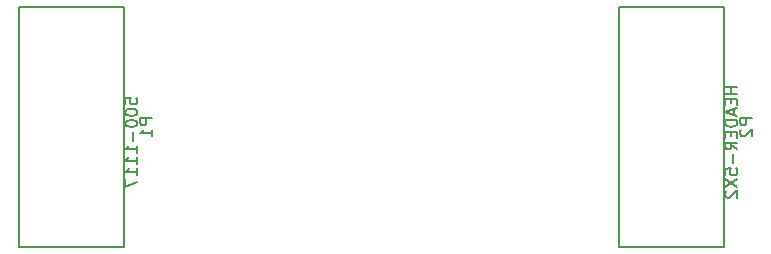
<source format=gbr>
G04 #@! TF.GenerationSoftware,KiCad,Pcbnew,(5.0.2)-1*
G04 #@! TF.CreationDate,2019-01-01T19:20:52-08:00*
G04 #@! TF.ProjectId,500-1140,3530302d-3131-4343-902e-6b696361645f,rev?*
G04 #@! TF.SameCoordinates,Original*
G04 #@! TF.FileFunction,Legend,Bot*
G04 #@! TF.FilePolarity,Positive*
%FSLAX46Y46*%
G04 Gerber Fmt 4.6, Leading zero omitted, Abs format (unit mm)*
G04 Created by KiCad (PCBNEW (5.0.2)-1) date 1/1/2019 7:20:52 PM*
%MOMM*%
%LPD*%
G01*
G04 APERTURE LIST*
%ADD10C,0.150000*%
G04 APERTURE END LIST*
D10*
G04 #@! TO.C,P1*
X84455000Y-76200000D02*
X82550000Y-76200000D01*
X84455000Y-55880000D02*
X84455000Y-76200000D01*
X82550000Y-55880000D02*
X84455000Y-55880000D01*
X75565000Y-76200000D02*
X77470000Y-76200000D01*
X75565000Y-55880000D02*
X75565000Y-76200000D01*
X77470000Y-55880000D02*
X75565000Y-55880000D01*
X82550000Y-55880000D02*
X77470000Y-55880000D01*
X77470000Y-76200000D02*
X82550000Y-76200000D01*
G04 #@! TO.C,P2*
X135255000Y-76200000D02*
X133350000Y-76200000D01*
X135255000Y-55880000D02*
X135255000Y-76200000D01*
X133350000Y-55880000D02*
X135255000Y-55880000D01*
X126365000Y-76200000D02*
X128270000Y-76200000D01*
X126365000Y-55880000D02*
X126365000Y-76200000D01*
X128270000Y-55880000D02*
X126365000Y-55880000D01*
X133350000Y-55880000D02*
X128270000Y-55880000D01*
X128270000Y-76200000D02*
X133350000Y-76200000D01*
G04 #@! TO.C,P1*
X86812380Y-65301904D02*
X85812380Y-65301904D01*
X85812380Y-65682857D01*
X85860000Y-65778095D01*
X85907619Y-65825714D01*
X86002857Y-65873333D01*
X86145714Y-65873333D01*
X86240952Y-65825714D01*
X86288571Y-65778095D01*
X86336190Y-65682857D01*
X86336190Y-65301904D01*
X86812380Y-66825714D02*
X86812380Y-66254285D01*
X86812380Y-66540000D02*
X85812380Y-66540000D01*
X85955238Y-66444761D01*
X86050476Y-66349523D01*
X86098095Y-66254285D01*
X84542380Y-64071904D02*
X84542380Y-63595714D01*
X85018571Y-63548095D01*
X84970952Y-63595714D01*
X84923333Y-63690952D01*
X84923333Y-63929047D01*
X84970952Y-64024285D01*
X85018571Y-64071904D01*
X85113809Y-64119523D01*
X85351904Y-64119523D01*
X85447142Y-64071904D01*
X85494761Y-64024285D01*
X85542380Y-63929047D01*
X85542380Y-63690952D01*
X85494761Y-63595714D01*
X85447142Y-63548095D01*
X84542380Y-64738571D02*
X84542380Y-64833809D01*
X84590000Y-64929047D01*
X84637619Y-64976666D01*
X84732857Y-65024285D01*
X84923333Y-65071904D01*
X85161428Y-65071904D01*
X85351904Y-65024285D01*
X85447142Y-64976666D01*
X85494761Y-64929047D01*
X85542380Y-64833809D01*
X85542380Y-64738571D01*
X85494761Y-64643333D01*
X85447142Y-64595714D01*
X85351904Y-64548095D01*
X85161428Y-64500476D01*
X84923333Y-64500476D01*
X84732857Y-64548095D01*
X84637619Y-64595714D01*
X84590000Y-64643333D01*
X84542380Y-64738571D01*
X84542380Y-65690952D02*
X84542380Y-65786190D01*
X84590000Y-65881428D01*
X84637619Y-65929047D01*
X84732857Y-65976666D01*
X84923333Y-66024285D01*
X85161428Y-66024285D01*
X85351904Y-65976666D01*
X85447142Y-65929047D01*
X85494761Y-65881428D01*
X85542380Y-65786190D01*
X85542380Y-65690952D01*
X85494761Y-65595714D01*
X85447142Y-65548095D01*
X85351904Y-65500476D01*
X85161428Y-65452857D01*
X84923333Y-65452857D01*
X84732857Y-65500476D01*
X84637619Y-65548095D01*
X84590000Y-65595714D01*
X84542380Y-65690952D01*
X85161428Y-66452857D02*
X85161428Y-67214761D01*
X85542380Y-68214761D02*
X85542380Y-67643333D01*
X85542380Y-67929047D02*
X84542380Y-67929047D01*
X84685238Y-67833809D01*
X84780476Y-67738571D01*
X84828095Y-67643333D01*
X85542380Y-69167142D02*
X85542380Y-68595714D01*
X85542380Y-68881428D02*
X84542380Y-68881428D01*
X84685238Y-68786190D01*
X84780476Y-68690952D01*
X84828095Y-68595714D01*
X85542380Y-70119523D02*
X85542380Y-69548095D01*
X85542380Y-69833809D02*
X84542380Y-69833809D01*
X84685238Y-69738571D01*
X84780476Y-69643333D01*
X84828095Y-69548095D01*
X84542380Y-70452857D02*
X84542380Y-71119523D01*
X85542380Y-70690952D01*
G04 #@! TO.C,P2*
X137612380Y-65301904D02*
X136612380Y-65301904D01*
X136612380Y-65682857D01*
X136660000Y-65778095D01*
X136707619Y-65825714D01*
X136802857Y-65873333D01*
X136945714Y-65873333D01*
X137040952Y-65825714D01*
X137088571Y-65778095D01*
X137136190Y-65682857D01*
X137136190Y-65301904D01*
X136707619Y-66254285D02*
X136660000Y-66301904D01*
X136612380Y-66397142D01*
X136612380Y-66635238D01*
X136660000Y-66730476D01*
X136707619Y-66778095D01*
X136802857Y-66825714D01*
X136898095Y-66825714D01*
X137040952Y-66778095D01*
X137612380Y-66206666D01*
X137612380Y-66825714D01*
X136342380Y-62643333D02*
X135342380Y-62643333D01*
X135818571Y-62643333D02*
X135818571Y-63214761D01*
X136342380Y-63214761D02*
X135342380Y-63214761D01*
X135818571Y-63690952D02*
X135818571Y-64024285D01*
X136342380Y-64167142D02*
X136342380Y-63690952D01*
X135342380Y-63690952D01*
X135342380Y-64167142D01*
X136056666Y-64548095D02*
X136056666Y-65024285D01*
X136342380Y-64452857D02*
X135342380Y-64786190D01*
X136342380Y-65119523D01*
X136342380Y-65452857D02*
X135342380Y-65452857D01*
X135342380Y-65690952D01*
X135390000Y-65833809D01*
X135485238Y-65929047D01*
X135580476Y-65976666D01*
X135770952Y-66024285D01*
X135913809Y-66024285D01*
X136104285Y-65976666D01*
X136199523Y-65929047D01*
X136294761Y-65833809D01*
X136342380Y-65690952D01*
X136342380Y-65452857D01*
X135818571Y-66452857D02*
X135818571Y-66786190D01*
X136342380Y-66929047D02*
X136342380Y-66452857D01*
X135342380Y-66452857D01*
X135342380Y-66929047D01*
X136342380Y-67929047D02*
X135866190Y-67595714D01*
X136342380Y-67357619D02*
X135342380Y-67357619D01*
X135342380Y-67738571D01*
X135390000Y-67833809D01*
X135437619Y-67881428D01*
X135532857Y-67929047D01*
X135675714Y-67929047D01*
X135770952Y-67881428D01*
X135818571Y-67833809D01*
X135866190Y-67738571D01*
X135866190Y-67357619D01*
X135961428Y-68357619D02*
X135961428Y-69119523D01*
X135342380Y-70071904D02*
X135342380Y-69595714D01*
X135818571Y-69548095D01*
X135770952Y-69595714D01*
X135723333Y-69690952D01*
X135723333Y-69929047D01*
X135770952Y-70024285D01*
X135818571Y-70071904D01*
X135913809Y-70119523D01*
X136151904Y-70119523D01*
X136247142Y-70071904D01*
X136294761Y-70024285D01*
X136342380Y-69929047D01*
X136342380Y-69690952D01*
X136294761Y-69595714D01*
X136247142Y-69548095D01*
X135342380Y-70452857D02*
X136342380Y-71119523D01*
X135342380Y-71119523D02*
X136342380Y-70452857D01*
X135437619Y-71452857D02*
X135390000Y-71500476D01*
X135342380Y-71595714D01*
X135342380Y-71833809D01*
X135390000Y-71929047D01*
X135437619Y-71976666D01*
X135532857Y-72024285D01*
X135628095Y-72024285D01*
X135770952Y-71976666D01*
X136342380Y-71405238D01*
X136342380Y-72024285D01*
G04 #@! TD*
M02*

</source>
